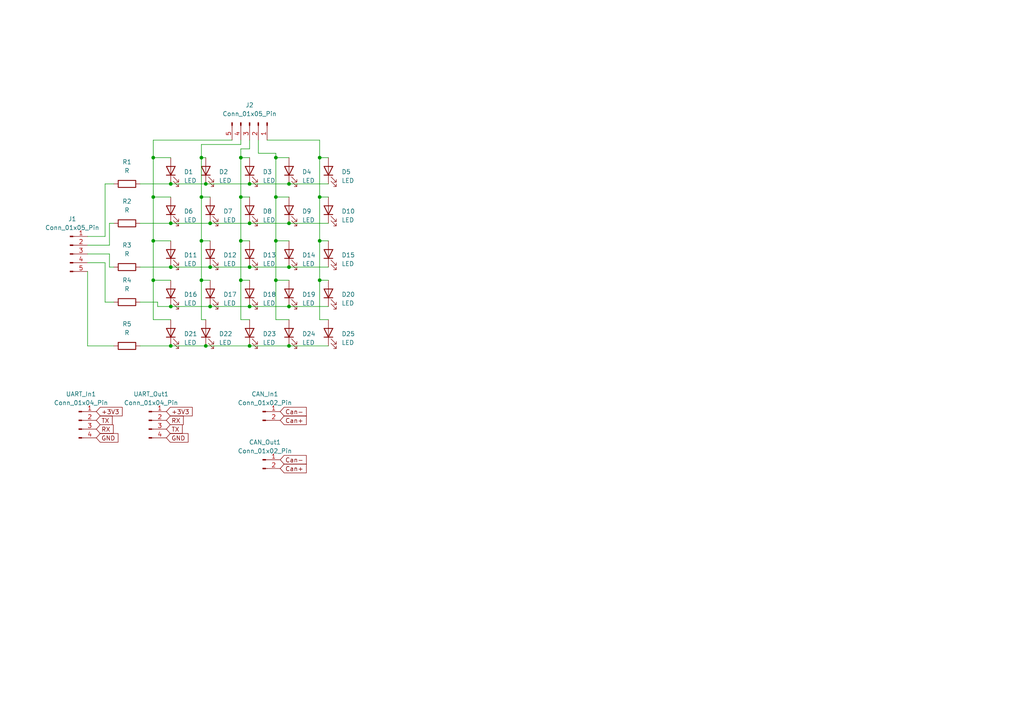
<source format=kicad_sch>
(kicad_sch (version 20231120) (generator "eeschema") (generator_version "8.0")
  (paper "A4")
  (lib_symbols
    (symbol "Connector:Conn_01x02_Pin" (pin_names (offset 1.016) hide)
      (property "Reference" "J" (at 0 2.54 0))
      (property "Value" "Conn_01x02_Pin" (at 0 -5.08 0))
      (symbol "Conn_01x02_Pin_1_1"
        (polyline (pts (xy 1.27 -2.54) (xy 0.8636 -2.54)) (stroke (width 0.1524)))
        (polyline (pts (xy 1.27 0) (xy 0.8636 0)) (stroke (width 0.1524)))
        (rectangle (start 0.8636 -2.413) (end 0 -2.667) (stroke (width 0.1524)) (fill (type outline)))
        (rectangle (start 0.8636 0.127) (end 0 -0.127) (stroke (width 0.1524)) (fill (type outline)))
        (pin passive line (at 5.08 0 180) (length 3.81) (name "Pin_1") (number "1"))
        (pin passive line (at 5.08 -2.54 180) (length 3.81) (name "Pin_2") (number "2"))
      )
    )
    (symbol "Connector:Conn_01x04_Pin" (pin_names (offset 1.016) hide)
      (property "Reference" "J" (at 0 5.08 0))
      (property "Value" "Conn_01x04_Pin" (at 0 -7.62 0))
      (symbol "Conn_01x04_Pin_1_1"
        (polyline (pts (xy 1.27 -5.08) (xy 0.8636 -5.08)) (stroke (width 0.1524)))
        (polyline (pts (xy 1.27 -2.54) (xy 0.8636 -2.54)) (stroke (width 0.1524)))
        (polyline (pts (xy 1.27 0) (xy 0.8636 0)) (stroke (width 0.1524)))
        (polyline (pts (xy 1.27 2.54) (xy 0.8636 2.54)) (stroke (width 0.1524)))
        (rectangle (start 0.8636 -4.953) (end 0 -5.207) (stroke (width 0.1524)) (fill (type outline)))
        (rectangle (start 0.8636 -2.413) (end 0 -2.667) (stroke (width 0.1524)) (fill (type outline)))
        (rectangle (start 0.8636 0.127) (end 0 -0.127) (stroke (width 0.1524)) (fill (type outline)))
        (rectangle (start 0.8636 2.667) (end 0 2.413) (stroke (width 0.1524)) (fill (type outline)))
        (pin passive line (at 5.08 2.54 180) (length 3.81) (name "Pin_1") (number "1"))
        (pin passive line (at 5.08 0 180) (length 3.81) (name "Pin_2") (number "2"))
        (pin passive line (at 5.08 -2.54 180) (length 3.81) (name "Pin_3") (number "3"))
        (pin passive line (at 5.08 -5.08 180) (length 3.81) (name "Pin_4") (number "4"))
      )
    )
    (symbol "Connector:Conn_01x05_Pin" (pin_names (offset 1.016) hide)
      (property "Reference" "J" (at 0 7.62 0))
      (property "Value" "Conn_01x05_Pin" (at 0 -7.62 0))
      (symbol "Conn_01x05_Pin_1_1"
        (polyline (pts (xy 1.27 -5.08) (xy 0.8636 -5.08)) (stroke (width 0.1524)))
        (polyline (pts (xy 1.27 -2.54) (xy 0.8636 -2.54)) (stroke (width 0.1524)))
        (polyline (pts (xy 1.27 0) (xy 0.8636 0)) (stroke (width 0.1524)))
        (polyline (pts (xy 1.27 2.54) (xy 0.8636 2.54)) (stroke (width 0.1524)))
        (polyline (pts (xy 1.27 5.08) (xy 0.8636 5.08)) (stroke (width 0.1524)))
        (rectangle (start 0.8636 -4.953) (end 0 -5.207) (stroke (width 0.1524)) (fill (type outline)))
        (rectangle (start 0.8636 -2.413) (end 0 -2.667) (stroke (width 0.1524)) (fill (type outline)))
        (rectangle (start 0.8636 0.127) (end 0 -0.127) (stroke (width 0.1524)) (fill (type outline)))
        (rectangle (start 0.8636 2.667) (end 0 2.413) (stroke (width 0.1524)) (fill (type outline)))
        (rectangle (start 0.8636 5.207) (end 0 4.953) (stroke (width 0.1524)) (fill (type outline)))
        (pin passive line (at 5.08 5.08 180) (length 3.81) (name "Pin_1") (number "1"))
        (pin passive line (at 5.08 2.54 180) (length 3.81) (name "Pin_2") (number "2"))
        (pin passive line (at 5.08 0 180) (length 3.81) (name "Pin_3") (number "3"))
        (pin passive line (at 5.08 -2.54 180) (length 3.81) (name "Pin_4") (number "4"))
        (pin passive line (at 5.08 -5.08 180) (length 3.81) (name "Pin_5") (number "5"))
      )
    )
    (symbol "Device:LED" (pin_numbers hide) (pin_names (offset 1.016) hide)
      (property "Reference" "D" (at 0 2.54 0))
      (property "Value" "LED" (at 0 -2.54 0))
      (symbol "LED_0_1"
        (polyline (pts (xy -1.27 -1.27) (xy -1.27 1.27)) (stroke (width 0.254)))
        (polyline (pts (xy -1.27 0) (xy 1.27 0)))
        (polyline (pts (xy 1.27 -1.27) (xy 1.27 1.27) (xy -1.27 0) (xy 1.27 -1.27)) (stroke (width 0.254)))
        (polyline (pts (xy -3.048 -0.762) (xy -4.572 -2.286) (xy -3.81 -2.286) (xy -4.572 -2.286) (xy -4.572 -1.524)))
        (polyline (pts (xy -1.778 -0.762) (xy -3.302 -2.286) (xy -2.54 -2.286) (xy -3.302 -2.286) (xy -3.302 -1.524)))
      )
      (symbol "LED_1_1"
        (pin passive line (at -3.81 0 0) (length 2.54) (name "K") (number "1"))
        (pin passive line (at 3.81 0 180) (length 2.54) (name "A") (number "2"))
      )
    )
    (symbol "Device:R" (pin_numbers hide) (pin_names (offset 0))
      (property "Reference" "R" (at 2.032 0 90))
      (property "Value" "R" (at 0 0 90))
      (symbol "R_0_1"
        (rectangle (start -1.016 -2.54) (end 1.016 2.54) (stroke (width 0.254)))
      )
      (symbol "R_1_1"
        (pin passive line (at 0 3.81 270) (length 1.27) (name "~") (number "1"))
        (pin passive line (at 0 -3.81 90) (length 1.27) (name "~") (number "2"))
      )
    )
  )
  (junction (at 58.42 57.15))
  (junction (at 60.96 64.77))
  (junction (at 60.96 77.47))
  (junction (at 92.71 45.72))
  (junction (at 83.82 88.9))
  (junction (at 58.42 81.28))
  (junction (at 69.85 69.85))
  (junction (at 44.45 81.28))
  (junction (at 49.53 64.77))
  (junction (at 80.01 81.28))
  (junction (at 59.69 53.34))
  (junction (at 83.82 64.77))
  (junction (at 49.53 77.47))
  (junction (at 58.42 69.85))
  (junction (at 72.39 77.47))
  (junction (at 80.01 69.85))
  (junction (at 80.01 57.15))
  (junction (at 69.85 57.15))
  (junction (at 69.85 81.28))
  (junction (at 72.39 88.9))
  (junction (at 83.82 100.33))
  (junction (at 92.71 69.85))
  (junction (at 92.71 81.28))
  (junction (at 72.39 53.34))
  (junction (at 59.69 100.33))
  (junction (at 58.42 45.72))
  (junction (at 44.45 45.72))
  (junction (at 60.96 88.9))
  (junction (at 80.01 45.72))
  (junction (at 83.82 53.34))
  (junction (at 49.53 53.34))
  (junction (at 92.71 57.15))
  (junction (at 44.45 69.85))
  (junction (at 69.85 45.72))
  (junction (at 72.39 64.77))
  (junction (at 49.53 88.9))
  (junction (at 44.45 57.15))
  (junction (at 72.39 100.33))
  (junction (at 83.82 77.47))
  (junction (at 49.53 100.33))
  (wire (pts (xy 59.69 53.34) (xy 72.39 53.34)))
  (wire (pts (xy 31.75 73.66) (xy 31.75 77.47)))
  (wire (pts (xy 44.45 92.71) (xy 44.45 81.28)))
  (wire (pts (xy 30.48 87.63) (xy 33.02 87.63)))
  (wire (pts (xy 49.53 53.34) (xy 59.69 53.34)))
  (wire (pts (xy 92.71 45.72) (xy 95.25 45.72)))
  (wire (pts (xy 74.93 44.45) (xy 74.93 40.64)))
  (wire (pts (xy 80.01 81.28) (xy 83.82 81.28)))
  (wire (pts (xy 69.85 45.72) (xy 72.39 45.72)))
  (wire (pts (xy 44.45 45.72) (xy 44.45 40.64)))
  (wire (pts (xy 44.45 57.15) (xy 44.45 45.72)))
  (wire (pts (xy 25.4 76.2) (xy 30.48 76.2)))
  (wire (pts (xy 59.69 100.33) (xy 72.39 100.33)))
  (wire (pts (xy 92.71 81.28) (xy 92.71 69.85)))
  (wire (pts (xy 69.85 81.28) (xy 72.39 81.28)))
  (wire (pts (xy 72.39 88.9) (xy 83.82 88.9)))
  (wire (pts (xy 72.39 53.34) (xy 83.82 53.34)))
  (wire (pts (xy 44.45 69.85) (xy 44.45 57.15)))
  (wire (pts (xy 58.42 57.15) (xy 60.96 57.15)))
  (wire (pts (xy 58.42 69.85) (xy 58.42 57.15)))
  (wire (pts (xy 58.42 81.28) (xy 58.42 69.85)))
  (wire (pts (xy 92.71 57.15) (xy 92.71 45.72)))
  (wire (pts (xy 69.85 81.28) (xy 69.85 69.85)))
  (wire (pts (xy 31.75 77.47) (xy 33.02 77.47)))
  (wire (pts (xy 45.72 88.9) (xy 49.53 88.9)))
  (wire (pts (xy 80.01 44.45) (xy 74.93 44.45)))
  (wire (pts (xy 80.01 81.28) (xy 80.01 69.85)))
  (wire (pts (xy 69.85 69.85) (xy 72.39 69.85)))
  (wire (pts (xy 72.39 92.71) (xy 69.85 92.71)))
  (wire (pts (xy 49.53 77.47) (xy 60.96 77.47)))
  (wire (pts (xy 80.01 69.85) (xy 83.82 69.85)))
  (wire (pts (xy 69.85 57.15) (xy 69.85 45.72)))
  (wire (pts (xy 83.82 53.34) (xy 95.25 53.34)))
  (wire (pts (xy 83.82 100.33) (xy 95.25 100.33)))
  (wire (pts (xy 44.45 45.72) (xy 49.53 45.72)))
  (wire (pts (xy 69.85 41.91) (xy 69.85 40.64)))
  (wire (pts (xy 44.45 40.64) (xy 67.31 40.64)))
  (wire (pts (xy 49.53 92.71) (xy 44.45 92.71)))
  (wire (pts (xy 31.75 64.77) (xy 33.02 64.77)))
  (wire (pts (xy 60.96 64.77) (xy 72.39 64.77)))
  (wire (pts (xy 83.82 64.77) (xy 95.25 64.77)))
  (wire (pts (xy 83.82 92.71) (xy 80.01 92.71)))
  (wire (pts (xy 69.85 69.85) (xy 69.85 57.15)))
  (wire (pts (xy 80.01 45.72) (xy 83.82 45.72)))
  (wire (pts (xy 25.4 78.74) (xy 25.4 100.33)))
  (wire (pts (xy 83.82 77.47) (xy 95.25 77.47)))
  (wire (pts (xy 80.01 92.71) (xy 80.01 81.28)))
  (wire (pts (xy 69.85 43.18) (xy 72.39 43.18)))
  (wire (pts (xy 30.48 68.58) (xy 30.48 53.34)))
  (wire (pts (xy 58.42 92.71) (xy 58.42 81.28)))
  (wire (pts (xy 40.64 53.34) (xy 49.53 53.34)))
  (wire (pts (xy 69.85 57.15) (xy 72.39 57.15)))
  (wire (pts (xy 95.25 92.71) (xy 92.71 92.71)))
  (wire (pts (xy 58.42 57.15) (xy 58.42 45.72)))
  (wire (pts (xy 25.4 68.58) (xy 30.48 68.58)))
  (wire (pts (xy 40.64 77.47) (xy 49.53 77.47)))
  (wire (pts (xy 49.53 64.77) (xy 60.96 64.77)))
  (wire (pts (xy 44.45 57.15) (xy 49.53 57.15)))
  (wire (pts (xy 72.39 64.77) (xy 83.82 64.77)))
  (wire (pts (xy 30.48 76.2) (xy 30.48 87.63)))
  (wire (pts (xy 58.42 45.72) (xy 59.69 45.72)))
  (wire (pts (xy 44.45 81.28) (xy 44.45 69.85)))
  (wire (pts (xy 92.71 45.72) (xy 92.71 40.64)))
  (wire (pts (xy 80.01 69.85) (xy 80.01 57.15)))
  (wire (pts (xy 49.53 100.33) (xy 59.69 100.33)))
  (wire (pts (xy 92.71 57.15) (xy 95.25 57.15)))
  (wire (pts (xy 60.96 77.47) (xy 72.39 77.47)))
  (wire (pts (xy 58.42 81.28) (xy 60.96 81.28)))
  (wire (pts (xy 58.42 41.91) (xy 69.85 41.91)))
  (wire (pts (xy 60.96 88.9) (xy 72.39 88.9)))
  (wire (pts (xy 80.01 57.15) (xy 80.01 45.72)))
  (wire (pts (xy 58.42 69.85) (xy 60.96 69.85)))
  (wire (pts (xy 44.45 81.28) (xy 49.53 81.28)))
  (wire (pts (xy 80.01 45.72) (xy 80.01 44.45)))
  (wire (pts (xy 25.4 71.12) (xy 31.75 71.12)))
  (wire (pts (xy 92.71 69.85) (xy 92.71 57.15)))
  (wire (pts (xy 69.85 92.71) (xy 69.85 81.28)))
  (wire (pts (xy 83.82 88.9) (xy 95.25 88.9)))
  (wire (pts (xy 72.39 100.33) (xy 83.82 100.33)))
  (wire (pts (xy 92.71 92.71) (xy 92.71 81.28)))
  (wire (pts (xy 58.42 45.72) (xy 58.42 41.91)))
  (wire (pts (xy 92.71 81.28) (xy 95.25 81.28)))
  (wire (pts (xy 44.45 69.85) (xy 49.53 69.85)))
  (wire (pts (xy 59.69 92.71) (xy 58.42 92.71)))
  (wire (pts (xy 49.53 88.9) (xy 60.96 88.9)))
  (wire (pts (xy 31.75 71.12) (xy 31.75 64.77)))
  (wire (pts (xy 72.39 77.47) (xy 83.82 77.47)))
  (wire (pts (xy 30.48 53.34) (xy 33.02 53.34)))
  (wire (pts (xy 25.4 73.66) (xy 31.75 73.66)))
  (wire (pts (xy 40.64 100.33) (xy 49.53 100.33)))
  (wire (pts (xy 92.71 40.64) (xy 77.47 40.64)))
  (wire (pts (xy 72.39 43.18) (xy 72.39 40.64)))
  (wire (pts (xy 25.4 100.33) (xy 33.02 100.33)))
  (wire (pts (xy 40.64 64.77) (xy 49.53 64.77)))
  (wire (pts (xy 69.85 45.72) (xy 69.85 43.18)))
  (wire (pts (xy 92.71 69.85) (xy 95.25 69.85)))
  (wire (pts (xy 80.01 57.15) (xy 83.82 57.15)))
  (wire (pts (xy 40.64 87.63) (xy 45.72 87.63)))
  (wire (pts (xy 45.72 87.63) (xy 45.72 88.9)))
  (global_label "Can+" (shape input) (at 81.28 121.92 0) (property "Intersheetrefs" "${INTERSHEET_REFS}" (effects (hide yes))))
  (global_label "+3V3" (shape input) (at 48.26 119.38 0) (property "Intersheetrefs" "${INTERSHEET_REFS}" (effects (hide yes))))
  (global_label "TX" (shape input) (at 48.26 124.46 0) (property "Intersheetrefs" "${INTERSHEET_REFS}" (effects (hide yes))))
  (global_label "GND" (shape input) (at 27.94 127 0) (property "Intersheetrefs" "${INTERSHEET_REFS}" (effects (hide yes))))
  (global_label "RX" (shape input) (at 27.94 124.46 0) (property "Intersheetrefs" "${INTERSHEET_REFS}" (effects (hide yes))))
  (global_label "Can-" (shape input) (at 81.28 119.38 0) (property "Intersheetrefs" "${INTERSHEET_REFS}" (effects (hide yes))))
  (global_label "TX" (shape input) (at 27.94 121.92 0) (property "Intersheetrefs" "${INTERSHEET_REFS}" (effects (hide yes))))
  (global_label "GND" (shape input) (at 48.26 127 0) (property "Intersheetrefs" "${INTERSHEET_REFS}" (effects (hide yes))))
  (global_label "+3V3" (shape input) (at 27.94 119.38 0) (property "Intersheetrefs" "${INTERSHEET_REFS}" (effects (hide yes))))
  (global_label "Can+" (shape input) (at 81.28 135.89 0) (property "Intersheetrefs" "${INTERSHEET_REFS}" (effects (hide yes))))
  (global_label "Can-" (shape input) (at 81.28 133.35 0) (property "Intersheetrefs" "${INTERSHEET_REFS}" (effects (hide yes))))
  (global_label "RX" (shape input) (at 48.26 121.92 0) (property "Intersheetrefs" "${INTERSHEET_REFS}" (effects (hide yes))))
  (symbol (lib_id "Device:LED") (at 49.53 73.66 90) (unit 1)
    (property "Reference" "D11" (at 53.34 73.9774 90) (effects (justify right)))
    (property "Value" "LED" (at 53.34 76.5174 90) (effects (justify right)))
    (property "Footprint" "LED_THT:LED_D3.0mm" (effects (hide yes)))
    (property "Description" "Light emitting diode" (effects (hide yes)))
  )
  (symbol (lib_id "Device:R") (at 36.83 77.47 90) (unit 1)
    (property "Reference" "R3" (at 36.83 71.12 90))
    (property "Value" "R" (at 36.83 73.66 90))
    (property "Footprint" "Resistor_THT:R_Axial_DIN0207_L6.3mm_D2.5mm_P7.62mm_Horizontal" (effects (hide yes)))
    (property "Description" "Resistor" (effects (hide yes)))
  )
  (symbol (lib_id "Connector:Conn_01x05_Pin") (at 72.39 35.56 270) (unit 1)
    (property "Reference" "J2" (at 72.39 30.48 90))
    (property "Value" "Conn_01x05_Pin" (at 72.39 33.02 90))
    (property "Footprint" "Connector_Harwin:Harwin_M20-89005xx_1x05_P2.54mm_Horizontal" (effects (hide yes)))
    (property "Description" "Generic connector, single row, 01x05, script generated" (effects (hide yes)))
  )
  (symbol (lib_id "Device:R") (at 36.83 100.33 90) (unit 1)
    (property "Reference" "R5" (at 36.83 93.98 90))
    (property "Value" "R" (at 36.83 96.52 90))
    (property "Footprint" "Resistor_THT:R_Axial_DIN0207_L6.3mm_D2.5mm_P7.62mm_Horizontal" (effects (hide yes)))
    (property "Description" "Resistor" (effects (hide yes)))
  )
  (symbol (lib_id "Device:LED") (at 83.82 73.66 90) (unit 1)
    (property "Reference" "D14" (at 87.63 73.9774 90) (effects (justify right)))
    (property "Value" "LED" (at 87.63 76.5174 90) (effects (justify right)))
    (property "Footprint" "LED_THT:LED_D3.0mm" (effects (hide yes)))
    (property "Description" "Light emitting diode" (effects (hide yes)))
  )
  (symbol (lib_id "Connector:Conn_01x05_Pin") (at 20.32 73.66 0) (unit 1)
    (property "Reference" "J1" (at 20.955 63.5 0))
    (property "Value" "Conn_01x05_Pin" (at 20.955 66.04 0))
    (property "Footprint" "Connector_Harwin:Harwin_M20-89005xx_1x05_P2.54mm_Horizontal" (effects (hide yes)))
    (property "Description" "Generic connector, single row, 01x05, script generated" (effects (hide yes)))
  )
  (symbol (lib_id "Connector:Conn_01x04_Pin") (at 43.18 121.92 0) (unit 1)
    (property "Reference" "UART_Out1" (at 43.815 114.3 0))
    (property "Value" "Conn_01x04_Pin" (at 43.815 116.84 0))
    (property "Footprint" "Connector_PinHeader_2.54mm:PinHeader_1x04_P2.54mm_Horizontal" (effects (hide yes)))
    (property "Description" "Generic connector, single row, 01x04, script generated" (effects (hide yes)))
  )
  (symbol (lib_id "Device:LED") (at 83.82 85.09 90) (unit 1)
    (property "Reference" "D19" (at 87.63 85.4074 90) (effects (justify right)))
    (property "Value" "LED" (at 87.63 87.9474 90) (effects (justify right)))
    (property "Footprint" "LED_THT:LED_D3.0mm" (effects (hide yes)))
    (property "Description" "Light emitting diode" (effects (hide yes)))
  )
  (symbol (lib_id "Device:R") (at 36.83 64.77 90) (unit 1)
    (property "Reference" "R2" (at 36.83 58.42 90))
    (property "Value" "R" (at 36.83 60.96 90))
    (property "Footprint" "Resistor_THT:R_Axial_DIN0207_L6.3mm_D2.5mm_P7.62mm_Horizontal" (effects (hide yes)))
    (property "Description" "Resistor" (effects (hide yes)))
  )
  (symbol (lib_id "Device:R") (at 36.83 53.34 90) (unit 1)
    (property "Reference" "R1" (at 36.83 46.99 90))
    (property "Value" "R" (at 36.83 49.53 90))
    (property "Footprint" "Resistor_THT:R_Axial_DIN0207_L6.3mm_D2.5mm_P7.62mm_Horizontal" (effects (hide yes)))
    (property "Description" "Resistor" (effects (hide yes)))
  )
  (symbol (lib_id "Connector:Conn_01x02_Pin") (at 76.2 133.35 0) (unit 1)
    (property "Reference" "CAN_Out1" (at 76.835 128.27 0))
    (property "Value" "Conn_01x02_Pin" (at 76.835 130.81 0))
    (property "Footprint" "Connector_PinHeader_2.54mm:PinHeader_1x02_P2.54mm_Horizontal" (effects (hide yes)))
    (property "Description" "Generic connector, single row, 01x02, script generated" (effects (hide yes)))
  )
  (symbol (lib_id "Device:LED") (at 83.82 49.53 90) (unit 1)
    (property "Reference" "D4" (at 87.63 49.8474 90) (effects (justify right)))
    (property "Value" "LED" (at 87.63 52.3874 90) (effects (justify right)))
    (property "Footprint" "LED_THT:LED_D3.0mm" (effects (hide yes)))
    (property "Description" "Light emitting diode" (effects (hide yes)))
  )
  (symbol (lib_id "Device:LED") (at 60.96 60.96 90) (unit 1)
    (property "Reference" "D7" (at 64.77 61.2774 90) (effects (justify right)))
    (property "Value" "LED" (at 64.77 63.8174 90) (effects (justify right)))
    (property "Footprint" "LED_THT:LED_D3.0mm" (effects (hide yes)))
    (property "Description" "Light emitting diode" (effects (hide yes)))
  )
  (symbol (lib_id "Device:LED") (at 49.53 60.96 90) (unit 1)
    (property "Reference" "D6" (at 53.34 61.2774 90) (effects (justify right)))
    (property "Value" "LED" (at 53.34 63.8174 90) (effects (justify right)))
    (property "Footprint" "LED_THT:LED_D3.0mm" (effects (hide yes)))
    (property "Description" "Light emitting diode" (effects (hide yes)))
  )
  (symbol (lib_id "Device:LED") (at 49.53 49.53 90) (unit 1)
    (property "Reference" "D1" (at 53.34 49.8474 90) (effects (justify right)))
    (property "Value" "LED" (at 53.34 52.3874 90) (effects (justify right)))
    (property "Footprint" "LED_THT:LED_D3.0mm" (effects (hide yes)))
    (property "Description" "Light emitting diode" (effects (hide yes)))
  )
  (symbol (lib_id "Device:LED") (at 60.96 85.09 90) (unit 1)
    (property "Reference" "D17" (at 64.77 85.4074 90) (effects (justify right)))
    (property "Value" "LED" (at 64.77 87.9474 90) (effects (justify right)))
    (property "Footprint" "LED_THT:LED_D3.0mm" (effects (hide yes)))
    (property "Description" "Light emitting diode" (effects (hide yes)))
  )
  (symbol (lib_id "Device:LED") (at 59.69 49.53 90) (unit 1)
    (property "Reference" "D2" (at 63.5 49.8474 90) (effects (justify right)))
    (property "Value" "LED" (at 63.5 52.3874 90) (effects (justify right)))
    (property "Footprint" "LED_THT:LED_D3.0mm" (effects (hide yes)))
    (property "Description" "Light emitting diode" (effects (hide yes)))
  )
  (symbol (lib_id "Device:LED") (at 72.39 60.96 90) (unit 1)
    (property "Reference" "D8" (at 76.2 61.2774 90) (effects (justify right)))
    (property "Value" "LED" (at 76.2 63.8174 90) (effects (justify right)))
    (property "Footprint" "LED_THT:LED_D3.0mm" (effects (hide yes)))
    (property "Description" "Light emitting diode" (effects (hide yes)))
  )
  (symbol (lib_id "Connector:Conn_01x04_Pin") (at 22.86 121.92 0) (unit 1)
    (property "Reference" "UART_In1" (at 23.495 114.3 0))
    (property "Value" "Conn_01x04_Pin" (at 23.495 116.84 0))
    (property "Footprint" "Connector_PinHeader_2.54mm:PinHeader_1x04_P2.54mm_Horizontal" (effects (hide yes)))
    (property "Description" "Generic connector, single row, 01x04, script generated" (effects (hide yes)))
  )
  (symbol (lib_id "Device:LED") (at 60.96 73.66 90) (unit 1)
    (property "Reference" "D12" (at 64.77 73.9774 90) (effects (justify right)))
    (property "Value" "LED" (at 64.77 76.5174 90) (effects (justify right)))
    (property "Footprint" "LED_THT:LED_D3.0mm" (effects (hide yes)))
    (property "Description" "Light emitting diode" (effects (hide yes)))
  )
  (symbol (lib_id "Device:LED") (at 72.39 96.52 90) (unit 1)
    (property "Reference" "D23" (at 76.2 96.8374 90) (effects (justify right)))
    (property "Value" "LED" (at 76.2 99.3774 90) (effects (justify right)))
    (property "Footprint" "LED_THT:LED_D3.0mm" (effects (hide yes)))
    (property "Description" "Light emitting diode" (effects (hide yes)))
  )
  (symbol (lib_id "Device:LED") (at 95.25 49.53 90) (unit 1)
    (property "Reference" "D5" (at 99.06 49.8474 90) (effects (justify right)))
    (property "Value" "LED" (at 99.06 52.3874 90) (effects (justify right)))
    (property "Footprint" "LED_THT:LED_D3.0mm" (effects (hide yes)))
    (property "Description" "Light emitting diode" (effects (hide yes)))
  )
  (symbol (lib_id "Device:LED") (at 72.39 73.66 90) (unit 1)
    (property "Reference" "D13" (at 76.2 73.9774 90) (effects (justify right)))
    (property "Value" "LED" (at 76.2 76.5174 90) (effects (justify right)))
    (property "Footprint" "LED_THT:LED_D3.0mm" (effects (hide yes)))
    (property "Description" "Light emitting diode" (effects (hide yes)))
  )
  (symbol (lib_id "Connector:Conn_01x02_Pin") (at 76.2 119.38 0) (unit 1)
    (property "Reference" "CAN_In1" (at 76.835 114.3 0))
    (property "Value" "Conn_01x02_Pin" (at 76.835 116.84 0))
    (property "Footprint" "Connector_PinHeader_2.54mm:PinHeader_1x02_P2.54mm_Horizontal" (effects (hide yes)))
    (property "Description" "Generic connector, single row, 01x02, script generated" (effects (hide yes)))
  )
  (symbol (lib_id "Device:LED") (at 95.25 73.66 90) (unit 1)
    (property "Reference" "D15" (at 99.06 73.9774 90) (effects (justify right)))
    (property "Value" "LED" (at 99.06 76.5174 90) (effects (justify right)))
    (property "Footprint" "LED_THT:LED_D3.0mm" (effects (hide yes)))
    (property "Description" "Light emitting diode" (effects (hide yes)))
  )
  (symbol (lib_id "Device:LED") (at 72.39 49.53 90) (unit 1)
    (property "Reference" "D3" (at 76.2 49.8474 90) (effects (justify right)))
    (property "Value" "LED" (at 76.2 52.3874 90) (effects (justify right)))
    (property "Footprint" "LED_THT:LED_D3.0mm" (effects (hide yes)))
    (property "Description" "Light emitting diode" (effects (hide yes)))
  )
  (symbol (lib_id "Device:LED") (at 59.69 96.52 90) (unit 1)
    (property "Reference" "D22" (at 63.5 96.8374 90) (effects (justify right)))
    (property "Value" "LED" (at 63.5 99.3774 90) (effects (justify right)))
    (property "Footprint" "LED_THT:LED_D3.0mm" (effects (hide yes)))
    (property "Description" "Light emitting diode" (effects (hide yes)))
  )
  (symbol (lib_id "Device:LED") (at 95.25 96.52 90) (unit 1)
    (property "Reference" "D25" (at 99.06 96.8374 90) (effects (justify right)))
    (property "Value" "LED" (at 99.06 99.3774 90) (effects (justify right)))
    (property "Footprint" "LED_THT:LED_D3.0mm" (effects (hide yes)))
    (property "Description" "Light emitting diode" (effects (hide yes)))
  )
  (symbol (lib_id "Device:LED") (at 83.82 60.96 90) (unit 1)
    (property "Reference" "D9" (at 87.63 61.2774 90) (effects (justify right)))
    (property "Value" "LED" (at 87.63 63.8174 90) (effects (justify right)))
    (property "Footprint" "LED_THT:LED_D3.0mm" (effects (hide yes)))
    (property "Description" "Light emitting diode" (effects (hide yes)))
  )
  (symbol (lib_id "Device:LED") (at 95.25 60.96 90) (unit 1)
    (property "Reference" "D10" (at 99.06 61.2774 90) (effects (justify right)))
    (property "Value" "LED" (at 99.06 63.8174 90) (effects (justify right)))
    (property "Footprint" "LED_THT:LED_D3.0mm" (effects (hide yes)))
    (property "Description" "Light emitting diode" (effects (hide yes)))
  )
  (symbol (lib_id "Device:LED") (at 72.39 85.09 90) (unit 1)
    (property "Reference" "D18" (at 76.2 85.4074 90) (effects (justify right)))
    (property "Value" "LED" (at 76.2 87.9474 90) (effects (justify right)))
    (property "Footprint" "LED_THT:LED_D3.0mm" (effects (hide yes)))
    (property "Description" "Light emitting diode" (effects (hide yes)))
  )
  (symbol (lib_id "Device:R") (at 36.83 87.63 90) (unit 1)
    (property "Reference" "R4" (at 36.83 81.28 90))
    (property "Value" "R" (at 36.83 83.82 90))
    (property "Footprint" "Resistor_THT:R_Axial_DIN0207_L6.3mm_D2.5mm_P7.62mm_Horizontal" (effects (hide yes)))
    (property "Description" "Resistor" (effects (hide yes)))
  )
  (symbol (lib_id "Device:LED") (at 49.53 85.09 90) (unit 1)
    (property "Reference" "D16" (at 53.34 85.4074 90) (effects (justify right)))
    (property "Value" "LED" (at 53.34 87.9474 90) (effects (justify right)))
    (property "Footprint" "LED_THT:LED_D3.0mm" (effects (hide yes)))
    (property "Description" "Light emitting diode" (effects (hide yes)))
  )
  (symbol (lib_id "Device:LED") (at 83.82 96.52 90) (unit 1)
    (property "Reference" "D24" (at 87.63 96.8374 90) (effects (justify right)))
    (property "Value" "LED" (at 87.63 99.3774 90) (effects (justify right)))
    (property "Footprint" "LED_THT:LED_D3.0mm" (effects (hide yes)))
    (property "Description" "Light emitting diode" (effects (hide yes)))
  )
  (symbol (lib_id "Device:LED") (at 49.53 96.52 90) (unit 1)
    (property "Reference" "D21" (at 53.34 96.8374 90) (effects (justify right)))
    (property "Value" "LED" (at 53.34 99.3774 90) (effects (justify right)))
    (property "Footprint" "LED_THT:LED_D3.0mm" (effects (hide yes)))
    (property "Description" "Light emitting diode" (effects (hide yes)))
  )
  (symbol (lib_id "Device:LED") (at 95.25 85.09 90) (unit 1)
    (property "Reference" "D20" (at 99.06 85.4074 90) (effects (justify right)))
    (property "Value" "LED" (at 99.06 87.9474 90) (effects (justify right)))
    (property "Footprint" "LED_THT:LED_D3.0mm" (effects (hide yes)))
    (property "Description" "Light emitting diode" (effects (hide yes)))
  )
)
</source>
